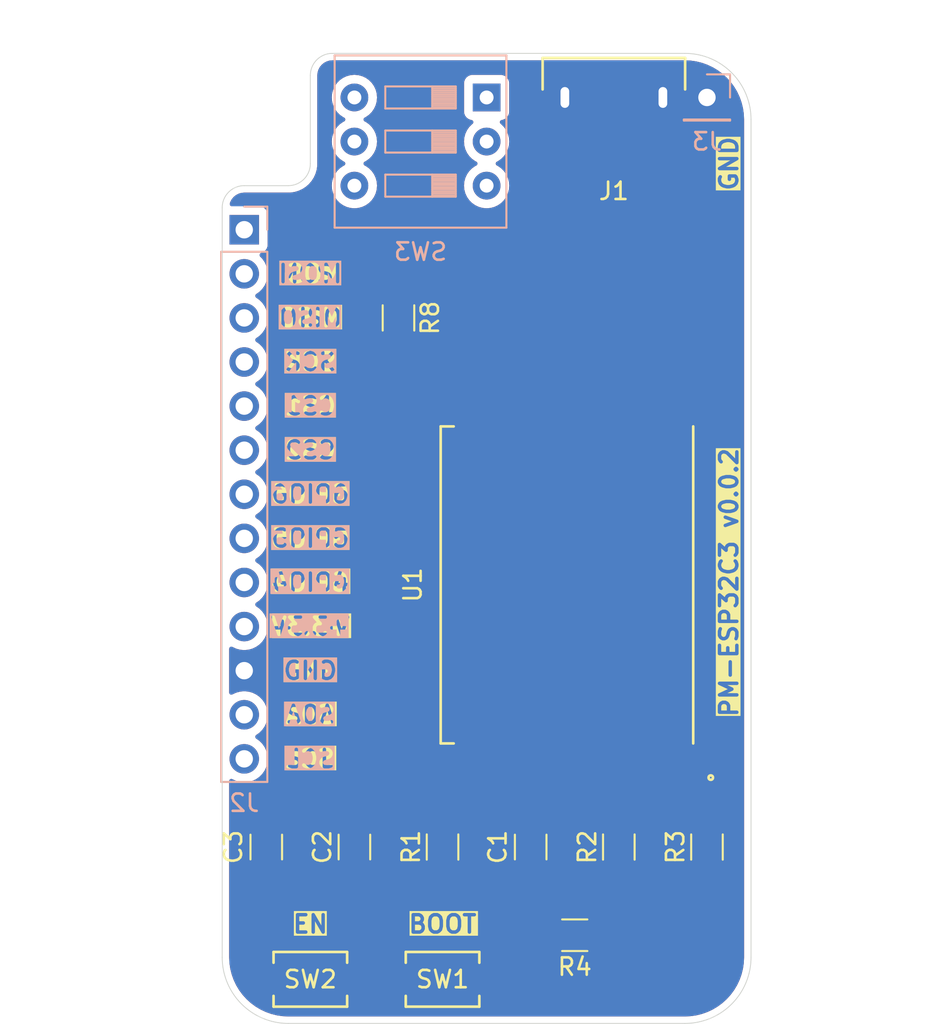
<source format=kicad_pcb>
(kicad_pcb (version 20240108) (generator "pcbnew") (generator_version "8.0")
  (title_block (title "${article} v${version}"))
  (layers (0 "F.Cu" signal) (31 "B.Cu" signal) (34 "B.Paste" user) (35 "F.Paste" user) (36 "B.SilkS" user "B.Silkscreen") (37 "F.SilkS" user "F.Silkscreen") (38 "B.Mask" user) (39 "F.Mask" user) (44 "Edge.Cuts" user))
  (property "article" "PM-ESP32C3")
  (property "version" "0.0.2")
  (net 0 "")
  (net 1 "/EN")
  (net 2 "GND")
  (net 5 "/GPIO8")
  (net 6 "/GPIO9")
  (net 7 "Net-(R4-Pad2)")
  (net 8 "/A1")
  (net 9 "/A2")
  (net 10 "/GPIO2")
  (net 11 "/GPIO4")
  (net 12 "/GPIO3")
  (net 13 "/SCL")
  (net 14 "/GPIO7")
  (net 15 "/GPIO5")
  (net 16 "/SDA")
  (net 17 "/GPIO6")
  (net 18 "/USB_D+")
  (net 19 "/USB_D-")
  (net 21 "/A0")
  (net 22 "/+3.3V")
  (footprint "kicad_inventree_lib:SW_TS-1088_XNP-M" (layer "F.Cu") (at 63.5 121.92)
    (property "Reference" "SW2" (at 0 0 0) (layer "F.SilkS"))
    (property "Value" "Button")
    (fp_line (start -2.1209 -1.5748) (end -2.1209 -0.95504) (stroke (width 0.1524)) (layer "F.SilkS"))
    (fp_line (start -2.1209 0.95504) (end -2.1209 1.5748) (stroke (width 0.1524)) (layer "F.SilkS"))
    (fp_line (start -2.1209 1.5748) (end 2.1209 1.5748) (stroke (width 0.1524)) (layer "F.SilkS"))
    (fp_line (start 2.1209 -1.5748) (end -2.1209 -1.5748) (stroke (width 0.1524)) (layer "F.SilkS"))
    (fp_line (start 2.1209 -0.95504) (end 2.1209 -1.5748) (stroke (width 0.1524)) (layer "F.SilkS"))
    (fp_line (start 2.1209 1.5748) (end 2.1209 0.95504) (stroke (width 0.1524)) (layer "F.SilkS"))
    (pad "1" smd rect (at -2.286 0) (size 1.3462 1.2446) (layers "F.Cu" "F.Paste" "F.Mask") (net 2 "GND"))
    (pad "2" smd rect (at 2.286 0) (size 1.3462 1.2446) (layers "F.Cu" "F.Paste" "F.Mask") (net 1 "/EN"))
  )
  (footprint "kicad_inventree_lib:ESP32-C3-WROOM-02U_EXP" (layer "F.Cu") (at 78.29 99.2 90)
    (property "Reference" "U1" (at 0 -8.89 90) (layer "F.SilkS"))
    (property "Value" "ESP32-C3-WROOM-02U-N4")
    (fp_line (start 9.1313 -7.2771) (end 9.1313 -6.527241) (stroke (width 0.1524)) (layer "F.SilkS"))
    (fp_line (start -9.1313 -7.2771) (end 9.1313 -7.2771) (stroke (width 0.1524)) (layer "F.SilkS"))
    (fp_line (start -9.1313 -6.527238) (end -9.1313 -7.2771) (stroke (width 0.1524)) (layer "F.SilkS"))
    (fp_line (start 9.1313 7.2771) (end -9.1313 7.2771) (stroke (width 0.1524)) (layer "F.SilkS"))
    (fp_circle (center -11.1002 8.289999) (end -10.9732 8.289999) (stroke (width 0.1524)) (fill none) (layer "F.SilkS"))
    (pad "1" smd rect (at -8.75 -5.749998 90) (size 1.4986 0.889) (layers "F.Cu" "F.Paste" "F.Mask") (net 22 "/+3.3V"))
    (pad "2" smd rect (at -8.75 -4.249999 90) (size 1.4986 0.889) (layers "F.Cu" "F.Paste" "F.Mask") (net 1 "/EN"))
    (pad "3" smd rect (at -8.75 -2.749999 90) (size 1.4986 0.889) (layers "F.Cu" "F.Paste" "F.Mask") (net 11 "/GPIO4"))
    (pad "4" smd rect (at -8.75 -1.25 90) (size 1.4986 0.889) (layers "F.Cu" "F.Paste" "F.Mask") (net 15 "/GPIO5"))
    (pad "5" smd rect (at -8.75 0.25 90) (size 1.4986 0.889) (layers "F.Cu" "F.Paste" "F.Mask") (net 17 "/GPIO6"))
    (pad "6" smd rect (at -8.75 1.75 90) (size 1.4986 0.889) (layers "F.Cu" "F.Paste" "F.Mask") (net 14 "/GPIO7"))
    (pad "7" smd rect (at -8.75 3.250002 90) (size 1.4986 0.889) (layers "F.Cu" "F.Paste" "F.Mask") (net 5 "/GPIO8"))
    (pad "8" smd rect (at -8.75 4.750001 90) (size 1.4986 0.889) (layers "F.Cu" "F.Paste" "F.Mask") (net 6 "/GPIO9"))
    (pad "9" smd rect (at -8.75 6.250001 90) (size 1.4986 0.889) (layers "F.Cu" "F.Paste" "F.Mask") (net 2 "GND"))
    (pad "10" smd rect (at 8.75 6.249998 90) (size 1.4986 0.889) (layers "F.Cu" "F.Paste" "F.Mask") (net 9 "/A2"))
    (pad "11" smd rect (at 8.75 4.749999 90) (size 1.4986 0.889) (layers "F.Cu" "F.Paste" "F.Mask") (net 8 "/A1"))
    (pad "12" smd rect (at 8.75 3.249999 90) (size 1.4986 0.889) (layers "F.Cu" "F.Paste" "F.Mask") (net 21 "/A0"))
    (pad "13" smd rect (at 8.75 1.75 90) (size 1.4986 0.889) (layers "F.Cu" "F.Paste" "F.Mask") (net 19 "/USB_D-"))
    (pad "14" smd rect (at 8.75 0.25 90) (size 1.4986 0.889) (layers "F.Cu" "F.Paste" "F.Mask") (net 18 "/USB_D+"))
    (pad "15" smd rect (at 8.75 -1.25 90) (size 1.4986 0.889) (layers "F.Cu" "F.Paste" "F.Mask") (net 12 "/GPIO3"))
    (pad "16" smd rect (at 8.75 -2.750002 90) (size 1.4986 0.889) (layers "F.Cu" "F.Paste" "F.Mask") (net 10 "/GPIO2"))
    (pad "17" smd rect (at 8.75 -4.250001 90) (size 1.4986 0.889) (layers "F.Cu" "F.Paste" "F.Mask") (net 13 "/SCL"))
    (pad "18" smd rect (at 8.75 -5.750001 90) (size 1.4986 0.889) (layers "F.Cu" "F.Paste" "F.Mask") (net 16 "/SDA"))
    (pad "EPAD" smd rect (at -0.14 -0.65 90) (size 0.7112 0.7112) (layers "F.Cu" "F.Paste" "F.Mask") (net 2 "GND"))
    (pad "EPAD" smd rect (at -0.14 0.45 90) (size 0.7112 0.7112) (layers "F.Cu" "F.Paste" "F.Mask") (net 2 "GND"))
    (pad "EPAD" smd rect (at -0.14 1.55 90) (size 0.7112 0.7112) (layers "F.Cu" "F.Paste" "F.Mask") (net 2 "GND"))
    (pad "EPAD" smd rect (at 0.96 -0.65 90) (size 0.7112 0.7112) (layers "F.Cu" "F.Paste" "F.Mask") (net 2 "GND"))
    (pad "EPAD" smd rect (at 0.96 0.45 90) (size 0.7112 0.7112) (layers "F.Cu" "F.Paste" "F.Mask") (net 2 "GND"))
    (pad "EPAD" smd rect (at 0.96 1.55 90) (size 0.7112 0.7112) (layers "F.Cu" "F.Paste" "F.Mask") (net 2 "GND"))
    (pad "EPAD" smd rect (at 2.06 -0.65 90) (size 0.7112 0.7112) (layers "F.Cu" "F.Paste" "F.Mask") (net 2 "GND"))
    (pad "EPAD" smd rect (at 2.06 0.45 90) (size 0.7112 0.7112) (layers "F.Cu" "F.Paste" "F.Mask") (net 2 "GND"))
    (pad "EPAD" smd rect (at 2.06 1.55 90) (size 0.7112 0.7112) (layers "F.Cu" "F.Paste" "F.Mask") (net 2 "GND"))
  )
  (footprint "kicad_inventree_lib:CONN5_H83-S1S_XKB" (layer "F.Cu") (at 82.295 73.974 180)
    (property "Reference" "J1" (at 1.299972 -2.54 180) (layer "F.SilkS"))
    (property "Value" "U254-051T-4BH83-S1S")
    (fp_line (start 5.406972 5.1308) (end 5.406972 3.317532) (stroke (width 0.1524)) (layer "F.SilkS"))
    (fp_line (start -2.807028 5.1308) (end 5.406972 5.1308) (stroke (width 0.1524)) (layer "F.SilkS"))
    (fp_line (start -2.807028 3.317532) (end -2.807028 5.1308) (stroke (width 0.1524)) (layer "F.SilkS"))
    (pad "1" smd rect (at 0 0.178892 180) (size 0.4064 1.35) (layers "F.Cu" "F.Paste" "F.Mask"))
    (pad "2" smd rect (at 0.649986 0.178892 180) (size 0.4064 1.35) (layers "F.Cu" "F.Paste" "F.Mask") (net 19 "/USB_D-"))
    (pad "3" smd rect (at 1.299972 0.178892 180) (size 0.4064 1.35) (layers "F.Cu" "F.Paste" "F.Mask") (net 18 "/USB_D+"))
    (pad "4" smd rect (at 1.949958 0.178892 180) (size 0.4064 1.35) (layers "F.Cu" "F.Paste" "F.Mask"))
    (pad "5" smd rect (at -1.800027 0.304 180) (size 2.1082 1.6002) (layers "F.Cu" "F.Paste" "F.Mask") (net 2 "GND"))
    (pad "5" thru_hole oval (at -1.525029 2.854008 270) (size 1.7 1) (drill oval 1.2 0.5) (layers "*.Cu" "*.Mask") (net 2 "GND"))
    (pad "5" smd rect (at 2.599944 0.178892 180) (size 0.4064 1.35) (layers "F.Cu" "F.Paste" "F.Mask") (net 2 "GND"))
    (pad "5" thru_hole oval (at 4.124973 2.854008 270) (size 1.7 1) (drill oval 1.2 0.5) (layers "*.Cu" "*.Mask") (net 2 "GND"))
    (pad "5" smd rect (at 4.399971 0.304 180) (size 2.1082 1.6002) (layers "F.Cu" "F.Paste" "F.Mask") (net 2 "GND"))
  )
  (footprint "Resistor_SMD:R_1206_3216Metric_Pad1.30x1.75mm_HandSolder" (layer "F.Cu") (at 78.74 119.38 180)
    (property "Reference" "R4" (at 0 -1.82 0) (layer "F.SilkS"))
    (property "Value" "330R")
    (fp_line (start -0.727064 0.91) (end 0.727064 0.91) (stroke (width 0.12)) (layer "F.SilkS"))
    (fp_line (start -0.727064 -0.91) (end 0.727064 -0.91) (stroke (width 0.12)) (layer "F.SilkS"))
    (pad "1" smd roundrect (at -1.55 0 180) (size 1.3 1.75) (layers "F.Cu" "F.Paste" "F.Mask") (roundrect_rratio 0.192308) (net 6 "/GPIO9"))
    (pad "2" smd roundrect (at 1.55 0 180) (size 1.3 1.75) (layers "F.Cu" "F.Paste" "F.Mask") (roundrect_rratio 0.192308) (net 7 "Net-(R4-Pad2)"))
  )
  (footprint "Capacitor_SMD:C_1206_3216Metric_Pad1.33x1.80mm_HandSolder" (layer "F.Cu") (at 60.96 114.3 -90)
    (property "Reference" "C3" (at 0 1.905 90) (layer "F.SilkS"))
    (property "Value" "1uF")
    (fp_line (start -0.711252 0.91) (end 0.711252 0.91) (stroke (width 0.12)) (layer "F.SilkS"))
    (fp_line (start -0.711252 -0.91) (end 0.711252 -0.91) (stroke (width 0.12)) (layer "F.SilkS"))
    (pad "1" smd roundrect (at -1.5625 0 270) (size 1.325 1.8) (layers "F.Cu" "F.Paste" "F.Mask") (roundrect_rratio 0.188679) (net 22 "/+3.3V"))
    (pad "2" smd roundrect (at 1.5625 0 270) (size 1.325 1.8) (layers "F.Cu" "F.Paste" "F.Mask") (roundrect_rratio 0.188679) (net 2 "GND"))
  )
  (footprint "Capacitor_SMD:C_1206_3216Metric_Pad1.33x1.80mm_HandSolder" (layer "F.Cu") (at 76.2 114.3 -90)
    (property "Reference" "C1" (at 0 1.905 90) (layer "F.SilkS"))
    (property "Value" "1uF")
    (fp_line (start -0.711252 0.91) (end 0.711252 0.91) (stroke (width 0.12)) (layer "F.SilkS"))
    (fp_line (start -0.711252 -0.91) (end 0.711252 -0.91) (stroke (width 0.12)) (layer "F.SilkS"))
    (pad "1" smd roundrect (at -1.5625 0 270) (size 1.325 1.8) (layers "F.Cu" "F.Paste" "F.Mask") (roundrect_rratio 0.188679) (net 1 "/EN"))
    (pad "2" smd roundrect (at 1.5625 0 270) (size 1.325 1.8) (layers "F.Cu" "F.Paste" "F.Mask") (roundrect_rratio 0.188679) (net 2 "GND"))
  )
  (footprint "Resistor_SMD:R_1206_3216Metric_Pad1.30x1.75mm_HandSolder" (layer "F.Cu") (at 81.28 114.3 90)
    (property "Reference" "R2" (at 0 -1.82 90) (layer "F.SilkS"))
    (property "Value" "10k")
    (fp_line (start -0.727064 -0.91) (end 0.727064 -0.91) (stroke (width 0.12)) (layer "F.SilkS"))
    (fp_line (start -0.727064 0.91) (end 0.727064 0.91) (stroke (width 0.12)) (layer "F.SilkS"))
    (pad "1" smd roundrect (at -1.55 0 90) (size 1.3 1.75) (layers "F.Cu" "F.Paste" "F.Mask") (roundrect_rratio 0.192308) (net 22 "/+3.3V"))
    (pad "2" smd roundrect (at 1.55 0 90) (size 1.3 1.75) (layers "F.Cu" "F.Paste" "F.Mask") (roundrect_rratio 0.192308) (net 5 "/GPIO8"))
  )
  (footprint "Resistor_SMD:R_1206_3216Metric_Pad1.30x1.75mm_HandSolder" (layer "F.Cu") (at 86.36 114.3 90)
    (property "Reference" "R3" (at 0 -1.82 90) (layer "F.SilkS"))
    (property "Value" "10k")
    (fp_line (start -0.727064 -0.91) (end 0.727064 -0.91) (stroke (width 0.12)) (layer "F.SilkS"))
    (fp_line (start -0.727064 0.91) (end 0.727064 0.91) (stroke (width 0.12)) (layer "F.SilkS"))
    (pad "1" smd roundrect (at -1.55 0 90) (size 1.3 1.75) (layers "F.Cu" "F.Paste" "F.Mask") (roundrect_rratio 0.192308) (net 22 "/+3.3V"))
    (pad "2" smd roundrect (at 1.55 0 90) (size 1.3 1.75) (layers "F.Cu" "F.Paste" "F.Mask") (roundrect_rratio 0.192308) (net 6 "/GPIO9"))
  )
  (footprint "kicad_inventree_lib:SW_TS-1088_XNP-M" (layer "F.Cu") (at 71.12 121.92)
    (property "Reference" "SW1" (at 0 0 0) (layer "F.SilkS"))
    (property "Value" "Button")
    (fp_line (start -2.1209 -1.5748) (end -2.1209 -0.95504) (stroke (width 0.1524)) (layer "F.SilkS"))
    (fp_line (start -2.1209 0.95504) (end -2.1209 1.5748) (stroke (width 0.1524)) (layer "F.SilkS"))
    (fp_line (start -2.1209 1.5748) (end 2.1209 1.5748) (stroke (width 0.1524)) (layer "F.SilkS"))
    (fp_line (start 2.1209 -1.5748) (end -2.1209 -1.5748) (stroke (width 0.1524)) (layer "F.SilkS"))
    (fp_line (start 2.1209 -0.95504) (end 2.1209 -1.5748) (stroke (width 0.1524)) (layer "F.SilkS"))
    (fp_line (start 2.1209 1.5748) (end 2.1209 0.95504) (stroke (width 0.1524)) (layer "F.SilkS"))
    (pad "1" smd rect (at -2.286 0) (size 1.3462 1.2446) (layers "F.Cu" "F.Paste" "F.Mask") (net 2 "GND"))
    (pad "2" smd rect (at 2.286 0) (size 1.3462 1.2446) (layers "F.Cu" "F.Paste" "F.Mask") (net 7 "Net-(R4-Pad2)"))
  )
  (footprint "Resistor_SMD:R_1206_3216Metric_Pad1.30x1.75mm_HandSolder" (layer "F.Cu") (at 71.12 114.3 90)
    (property "Reference" "R1" (at 0 -1.82 90) (layer "F.SilkS"))
    (property "Value" "10k")
    (fp_line (start -0.727064 -0.91) (end 0.727064 -0.91) (stroke (width 0.12)) (layer "F.SilkS"))
    (fp_line (start -0.727064 0.91) (end 0.727064 0.91) (stroke (width 0.12)) (layer "F.SilkS"))
    (pad "1" smd roundrect (at -1.55 0 90) (size 1.3 1.75) (layers "F.Cu" "F.Paste" "F.Mask") (roundrect_rratio 0.192308) (net 22 "/+3.3V"))
    (pad "2" smd roundrect (at 1.55 0 90) (size 1.3 1.75) (layers "F.Cu" "F.Paste" "F.Mask") (roundrect_rratio 0.192308) (net 1 "/EN"))
  )
  (footprint "Capacitor_SMD:C_1206_3216Metric_Pad1.33x1.80mm_HandSolder" (layer "F.Cu") (at 66.04 114.3 90)
    (property "Reference" "C2" (at 0 -1.85 90) (layer "F.SilkS"))
    (property "Value" "10uF")
    (fp_line (start -0.711252 -0.91) (end 0.711252 -0.91) (stroke (width 0.12)) (layer "F.SilkS"))
    (fp_line (start -0.711252 0.91) (end 0.711252 0.91) (stroke (width 0.12)) (layer "F.SilkS"))
    (pad "1" smd roundrect (at -1.5625 0 90) (size 1.325 1.8) (layers "F.Cu" "F.Paste" "F.Mask") (roundrect_rratio 0.188679) (net 2 "GND"))
    (pad "2" smd roundrect (at 1.5625 0 90) (size 1.325 1.8) (layers "F.Cu" "F.Paste" "F.Mask") (roundrect_rratio 0.188679) (net 22 "/+3.3V"))
  )
  (footprint "Resistor_SMD:R_1206_3216Metric_Pad1.30x1.75mm_HandSolder" (layer "F.Cu") (at 68.58 83.82 -90)
    (property "Reference" "R8" (at 0 -1.82 90) (layer "F.SilkS"))
    (property "Value" "10k")
    (fp_line (start -0.727064 0.91) (end 0.727064 0.91) (stroke (width 0.12)) (layer "F.SilkS"))
    (fp_line (start -0.727064 -0.91) (end 0.727064 -0.91) (stroke (width 0.12)) (layer "F.SilkS"))
    (pad "1" smd roundrect (at -1.55 0 270) (size 1.3 1.75) (layers "F.Cu" "F.Paste" "F.Mask") (roundrect_rratio 0.192308) (net 22 "/+3.3V"))
    (pad "2" smd roundrect (at 1.55 0 270) (size 1.3 1.75) (layers "F.Cu" "F.Paste" "F.Mask") (roundrect_rratio 0.192308) (net 10 "/GPIO2"))
  )
  (footprint "Connector_PinHeader_2.54mm:PinHeader_1x13_P2.54mm_Vertical" (layer "B.Cu") (at 59.69 78.74 180)
    (property "Reference" "J2" (at 0 -33.02 0) (layer "B.SilkS") (effects (justify mirror)))
    (property "Value" "PinHeader_01x13_P2.54_THT_straight")
    (fp_line (start 1.33 -1.27) (end -1.33 -1.27) (stroke (width 0.12)) (layer "B.SilkS"))
    (fp_line (start 1.33 -31.81) (end 1.33 -1.27) (stroke (width 0.12)) (layer "B.SilkS"))
    (fp_line (start 1.33 -31.81) (end -1.33 -31.81) (stroke (width 0.12)) (layer "B.SilkS"))
    (fp_line (start 0 1.33) (end -1.33 1.33) (stroke (width 0.12)) (layer "B.SilkS"))
    (fp_line (start -1.33 1.33) (end -1.33 0) (stroke (width 0.12)) (layer "B.SilkS"))
    (fp_line (start -1.33 -31.81) (end -1.33 -1.27) (stroke (width 0.12)) (layer "B.SilkS"))
    (pad "1" thru_hole rect (at 0 0 180) (size 1.7 1.7) (drill 1) (layers "*.Cu" "*.Mask"))
    (pad "2" thru_hole oval (at 0 -2.54 180) (size 1.7 1.7) (drill 1) (layers "*.Cu" "*.Mask") (net 10 "/GPIO2"))
    (pad "3" thru_hole oval (at 0 -5.08 180) (size 1.7 1.7) (drill 1) (layers "*.Cu" "*.Mask") (net 12 "/GPIO3"))
    (pad "4" thru_hole oval (at 0 -7.62 180) (size 1.7 1.7) (drill 1) (layers "*.Cu" "*.Mask") (net 6 "/GPIO9"))
    (pad "5" thru_hole oval (at 0 -10.16 180) (size 1.7 1.7) (drill 1) (layers "*.Cu" "*.Mask") (net 5 "/GPIO8"))
    (pad "6" thru_hole oval (at 0 -12.7 180) (size 1.7 1.7) (drill 1) (layers "*.Cu" "*.Mask") (net 14 "/GPIO7"))
    (pad "7" thru_hole oval (at 0 -15.24 180) (size 1.7 1.7) (drill 1) (layers "*.Cu" "*.Mask") (net 17 "/GPIO6"))
    (pad "8" thru_hole oval (at 0 -17.78 180) (size 1.7 1.7) (drill 1) (layers "*.Cu" "*.Mask") (net 15 "/GPIO5"))
    (pad "9" thru_hole oval (at 0 -20.32 180) (size 1.7 1.7) (drill 1) (layers "*.Cu" "*.Mask") (net 11 "/GPIO4"))
    (pad "10" thru_hole oval (at 0 -22.86 180) (size 1.7 1.7) (drill 1) (layers "*.Cu" "*.Mask") (net 22 "/+3.3V"))
    (pad "11" thru_hole oval (at 0 -25.4 180) (size 1.7 1.7) (drill 1) (layers "*.Cu" "*.Mask") (net 2 "GND"))
    (pad "12" thru_hole oval (at 0 -27.94 180) (size 1.7 1.7) (drill 1) (layers "*.Cu" "*.Mask") (net 16 "/SDA"))
    (pad "13" thru_hole oval (at 0 -30.48 180) (size 1.7 1.7) (drill 1) (layers "*.Cu" "*.Mask") (net 13 "/SCL"))
  )
  (footprint "kicad_inventree_lib:SW_DIP_SPSTx03_Slide_9.78x9.8mm_W7.62mm_P2.54mm" (layer "B.Cu") (at 73.66 71.12 180)
    (property "Reference" "SW3" (at 3.81 -8.89 0) (layer "B.SilkS") (effects (justify mirror)))
    (property "Value" "DIP_SW-3P-P2.54-THT-Top")
    (fp_line (start 8.76 2.42) (end -1.14 2.42) (stroke (width 0.12)) (layer "B.SilkS"))
    (fp_line (start 8.76 -7.5) (end 8.76 2.42) (stroke (width 0.12)) (layer "B.SilkS"))
    (fp_line (start 8.76 -7.5) (end -1.14 -7.5) (stroke (width 0.12)) (layer "B.SilkS"))
    (fp_line (start 5.84 0.635) (end 5.84 -0.635) (stroke (width 0.12)) (layer "B.SilkS"))
    (fp_line (start 5.84 -0.635) (end 1.78 -0.635) (stroke (width 0.12)) (layer "B.SilkS"))
    (fp_line (start 5.84 -1.905) (end 5.84 -3.175) (stroke (width 0.12)) (layer "B.SilkS"))
    (fp_line (start 5.84 -3.175) (end 1.78 -3.175) (stroke (width 0.12)) (layer "B.SilkS"))
    (fp_line (start 5.84 -4.445) (end 5.84 -5.715) (stroke (width 0.12)) (layer "B.SilkS"))
    (fp_line (start 5.84 -5.715) (end 1.78 -5.715) (stroke (width 0.12)) (layer "B.SilkS"))
    (fp_line (start 3.133333 0.515) (end 1.78 0.515) (stroke (width 0.12)) (layer "B.SilkS"))
    (fp_line (start 3.133333 0.395) (end 1.78 0.395) (stroke (width 0.12)) (layer "B.SilkS"))
    (fp_line (start 3.133333 0.275) (end 1.78 0.275) (stroke (width 0.12)) (layer "B.SilkS"))
    (fp_line (start 3.133333 0.155) (end 1.78 0.155) (stroke (width 0.12)) (layer "B.SilkS"))
    (fp_line (start 3.133333 0.035) (end 1.78 0.035) (stroke (width 0.12)) (layer "B.SilkS"))
    (fp_line (start 3.133333 -0.085) (end 1.78 -0.085) (stroke (width 0.12)) (layer "B.SilkS"))
    (fp_line (start 3.133333 -0.205) (end 1.78 -0.205) (stroke (width 0.12)) (layer "B.SilkS"))
    (fp_line (start 3.133333 -0.325) (end 1.78 -0.325) (stroke (width 0.12)) (layer "B.SilkS"))
    (fp_line (start 3.133333 -0.445) (end 1.78 -0.445) (stroke (width 0.12)) (layer "B.SilkS"))
    (fp_line (start 3.133333 -0.565) (end 1.78 -0.565) (stroke (width 0.12)) (layer "B.SilkS"))
    (fp_line (start 3.133333 -0.635) (end 3.133333 0.635) (stroke (width 0.12)) (layer "B.SilkS"))
    (fp_line (start 3.133333 -2.025) (end 1.78 -2.025) (stroke (width 0.12)) (layer "B.SilkS"))
    (fp_line (start 3.133333 -2.145) (end 1.78 -2.145) (stroke (width 0.12)) (layer "B.SilkS"))
    (fp_line (start 3.133333 -2.265) (end 1.78 -2.265) (stroke (width 0.12)) (layer "B.SilkS"))
    (fp_line (start 3.133333 -2.385) (end 1.78 -2.385) (stroke (width 0.12)) (layer "B.SilkS"))
    (fp_line (start 3.133333 -2.505) (end 1.78 -2.505) (stroke (width 0.12)) (layer "B.SilkS"))
    (fp_line (start 3.133333 -2.625) (end 1.78 -2.625) (stroke (width 0.12)) (layer "B.SilkS"))
    (fp_line (start 3.133333 -2.745) (end 1.78 -2.745) (stroke (width 0.12)) (layer "B.SilkS"))
    (fp_line (start 3.133333 -2.865) (end 1.78 -2.865) (stroke (width 0.12)) (layer "B.SilkS"))
    (fp_line (start 3.133333 -2.985) (end 1.78 -2.985) (stroke (width 0.12)) (layer "B.SilkS"))
    (fp_line (start 3.133333 -3.105) (end 1.78 -3.105) (stroke (width 0.12)) (layer "B.SilkS"))
    (fp_line (start 3.133333 -3.175) (end 3.133333 -1.905) (stroke (width 0.12)) (layer "B.SilkS"))
    (fp_line (start 3.133333 -4.565) (end 1.78 -4.565) (stroke (width 0.12)) (layer "B.SilkS"))
    (fp_line (start 3.133333 -4.685) (end 1.78 -4.685) (stroke (width 0.12)) (layer "B.SilkS"))
    (fp_line (start 3.133333 -4.805) (end 1.78 -4.805) (stroke (width 0.12)) (layer "B.SilkS"))
    (fp_line (start 3.133333 -4.925) (end 1.78 -4.925) (stroke (width 0.12)) (layer "B.SilkS"))
    (fp_line (start 3.133333 -5.045) (end 1.78 -5.045) (stroke (width 0.12)) (layer "B.SilkS"))
    (fp_line (start 3.133333 -5.165) (end 1.78 -5.165) (stroke (width 0.12)) (layer "B.SilkS"))
    (fp_line (start 3.133333 -5.285) (end 1.78 -5.285) (stroke (width 0.12)) (layer "B.SilkS"))
    (fp_line (start 3.133333 -5.405) (end 1.78 -5.405) (stroke (width 0.12)) (layer "B.SilkS"))
    (fp_line (start 3.133333 -5.525) (end 1.78 -5.525) (stroke (width 0.12)) (layer "B.SilkS"))
    (fp_line (start 3.133333 -5.645) (end 1.78 -5.645) (stroke (width 0.12)) (layer "B.SilkS"))
    (fp_line (start 3.133333 -5.715) (end 3.133333 -4.445) (stroke (width 0.12)) (layer "B.SilkS"))
    (fp_line (start 1.78 0.635) (end 5.84 0.635) (stroke (width 0.12)) (layer "B.SilkS"))
    (fp_line (start 1.78 -0.635) (end 1.78 0.635) (stroke (width 0.12)) (layer "B.SilkS"))
    (fp_line (start 1.78 -1.905) (end 5.84 -1.905) (stroke (width 0.12)) (layer "B.SilkS"))
    (fp_line (start 1.78 -3.175) (end 1.78 -1.905) (stroke (width 0.12)) (layer "B.SilkS"))
    (fp_line (start 1.78 -4.445) (end 5.84 -4.445) (stroke (width 0.12)) (layer "B.SilkS"))
    (fp_line (start 1.78 -5.715) (end 1.78 -4.445) (stroke (width 0.12)) (layer "B.SilkS"))
    (fp_line (start -1.14 -7.5) (end -1.14 2.42) (stroke (width 0.12)) (layer "B.SilkS"))
    (pad "1" thru_hole rect (at 0 0 180) (size 1.6 1.6) (drill 0.8) (layers "*.Cu" "*.Mask") (net 9 "/A2"))
    (pad "2" thru_hole oval (at 0 -2.54 180) (size 1.6 1.6) (drill 0.8) (layers "*.Cu" "*.Mask") (net 8 "/A1"))
    (pad "3" thru_hole oval (at 0 -5.08 180) (size 1.6 1.6) (drill 0.8) (layers "*.Cu" "*.Mask") (net 21 "/A0"))
    (pad "4" thru_hole oval (at 7.62 -5.08 180) (size 1.6 1.6) (drill 0.8) (layers "*.Cu" "*.Mask") (net 22 "/+3.3V"))
    (pad "5" thru_hole oval (at 7.62 -2.54 180) (size 1.6 1.6) (drill 0.8) (layers "*.Cu" "*.Mask") (net 22 "/+3.3V"))
    (pad "6" thru_hole oval (at 7.62 0 180) (size 1.6 1.6) (drill 0.8) (layers "*.Cu" "*.Mask") (net 22 "/+3.3V"))
  )
  (footprint "Connector_PinHeader_2.54mm:PinHeader_1x01_P2.54mm_Vertical" (layer "B.Cu") (at 86.36 71.12 180)
    (property "Reference" "J3" (at 0 -2.54 0) (layer "B.SilkS") (effects (justify mirror)))
    (property "Value" "PinHeader_01x01_P2.54_THT_straight")
    (fp_line (start 1.33 -1.27) (end -1.33 -1.27) (stroke (width 0.12)) (layer "B.SilkS"))
    (fp_line (start 1.33 -1.33) (end 1.33 -1.27) (stroke (width 0.12)) (layer "B.SilkS"))
    (fp_line (start 1.33 -1.33) (end -1.33 -1.33) (stroke (width 0.12)) (layer "B.SilkS"))
    (fp_line (start 0 1.33) (end -1.33 1.33) (stroke (width 0.12)) (layer "B.SilkS"))
    (fp_line (start -1.33 1.33) (end -1.33 0) (stroke (width 0.12)) (layer "B.SilkS"))
    (fp_line (start -1.33 -1.33) (end -1.33 -1.27) (stroke (width 0.12)) (layer "B.SilkS"))
    (pad "1" thru_hole rect (at 0 0 180) (size 1.7 1.7) (drill 1) (layers "*.Cu" "*.Mask") (net 2 "GND"))
  )
  (gr_line (start 58.42 77.47) (end 58.42 120.65) (stroke (width 0.05)) (layer "Edge.Cuts"))
  (gr_arc (start 63.5 69.85) (mid 63.871974 68.951974) (end 64.77 68.58) (stroke (width 0.05)) (layer "Edge.Cuts"))
  (gr_line (start 88.9 120.65) (end 88.9 72.39) (stroke (width 0.05)) (layer "Edge.Cuts"))
  (gr_arc (start 85.09 68.58) (mid 87.784077 69.695923) (end 88.9 72.39) (stroke (width 0.05)) (layer "Edge.Cuts"))
  (gr_line (start 63.5 74.93) (end 63.5 69.85) (stroke (width 0.05)) (layer "Edge.Cuts"))
  (gr_line (start 62.23 124.46) (end 85.09 124.46) (stroke (width 0.05)) (layer "Edge.Cuts"))
  (gr_line (start 62.23 76.2) (end 59.69 76.2) (stroke (width 0.05)) (layer "Edge.Cuts"))
  (gr_arc (start 62.23 124.46) (mid 59.535923 123.344077) (end 58.42 120.65) (stroke (width 0.05)) (layer "Edge.Cuts"))
  (gr_arc (start 63.5 74.93) (mid 63.128026 75.828026) (end 62.23 76.2) (stroke (width 0.05)) (layer "Edge.Cuts"))
  (gr_line (start 85.09 68.58) (end 64.77 68.58) (stroke (width 0.05)) (layer "Edge.Cuts"))
  (gr_arc (start 88.9 120.65) (mid 87.784077 123.344077) (end 85.09 124.46) (stroke (width 0.05)) (layer "Edge.Cuts"))
  (gr_arc (start 58.42 77.47) (mid 58.791974 76.571974) (end 59.69 76.2) (stroke (width 0.05)) (layer "Edge.Cuts"))
  (gr_text "+3.3V" (at 63.5 101.6 -0) (layer "B.SilkS" knockout) (effects (font (size 1 1) (thickness 0.2) (bold yes)) (justify mirror)))
  (gr_text "SCK" (at 63.5 86.36 -0) (layer "B.SilkS" knockout) (effects (font (size 1 1) (thickness 0.2) (bold yes)) (justify mirror)))
  (gr_text "GPIO6" (at 63.5 93.98 -0) (layer "B.SilkS" knockout) (effects (font (size 1 1) (thickness 0.2) (bold yes)) (justify mirror)))
  (gr_text "GPIO4" (at 63.5 99.06 -0) (layer "B.SilkS" knockout) (effects (font (size 1 1) (thickness 0.2) (bold yes)) (justify mirror)))
  (gr_text "CS2" (at 63.5 91.44 -0) (layer "B.SilkS" knockout) (effects (font (size 1 1) (thickness 0.2) (bold yes)) (justify mirror)))
  (gr_text "GND" (at 63.5 104.14 -0) (layer "B.SilkS" knockout) (effects (font (size 1 1) (thickness 0.2) (bold yes)) (justify mirror)))
  (gr_text "SCL" (at 63.5 109.22 -0) (layer "B.SilkS" knockout) (effects (font (size 1 1) (thickness 0.2) (bold yes)) (justify mirror)))
  (gr_text "CS1" (at 63.5 88.9 -0) (layer "B.SilkS" knockout) (effects (font (size 1 1) (thickness 0.2) (bold yes)) (justify mirror)))
  (gr_text "SDA" (at 63.5 106.68 -0) (layer "B.SilkS" knockout) (effects (font (size 1 1) (thickness 0.2) (bold yes)) (justify mirror)))
  (gr_text "GPIO5" (at 63.5 96.52 -0) (layer "B.SilkS" knockout) (effects (font (size 1 1) (thickness 0.2) (bold yes)) (justify mirror)))
  (gr_text "MISO" (at 63.5 83.82 -0) (layer "B.SilkS" knockout) (effects (font (size 1 1) (thickness 0.2) (bold yes)) (justify mirror)))
  (gr_text "MOSI" (at 63.5 81.28 -0) (layer "B.SilkS" knockout) (effects (font (size 1 1) (thickness 0.2) (bold yes)) (justify mirror)))
  (gr_text "CS1" (at 63.5 88.9 0) (layer "F.SilkS" knockout) (effects (font (size 1 1) (thickness 0.2) (bold yes))))
  (gr_text "SCL" (at 63.5 109.22 0) (layer "F.SilkS" knockout) (effects (font (size 1 1) (thickness 0.2) (bold yes))))
  (gr_text "SDA" (at 63.5 106.68 0) (layer "F.SilkS" knockout) (effects (font (size 1 1) (thickness 0.2) (bold yes))))
  (gr_text "EN" (at 63.5 118.745 0) (layer "F.SilkS" knockout) (effects (font (size 1 1) (thickness 0.2) (bold yes))))
  (gr_text "CS2" (at 63.5 91.44 0) (layer "F.SilkS" knockout) (effects (font (size 1 1) (thickness 0.2) (bold yes))))
  (gr_text "${article} v${version}" (at 87.63 99.06 90) (layer "F.SilkS" knockout) (effects (font (size 1 1) (thickness 0.2) (bold yes))))
  (gr_text "GND" (at 63.5 104.14 0) (layer "F.SilkS" knockout) (effects (font (size 1 1) (thickness 0.2) (bold yes))))
  (gr_text "BOOT" (at 71.12 118.745 0) (layer "F.SilkS" knockout) (effects (font (size 1 1) (thickness 0.2) (bold yes))))
  (gr_text "GPIO6" (at 63.5 93.98 0) (layer "F.SilkS" knockout) (effects (font (size 1 1) (thickness 0.2) (bold yes))))
  (gr_text "MOSI" (at 63.5 81.28 0) (layer "F.SilkS" knockout) (effects (font (size 1 1) (thickness 0.2) (bold yes))))
  (gr_text "MISO" (at 63.5 83.82 0) (layer "F.SilkS" knockout) (effects (font (size 1 1) (thickness 0.2) (bold yes))))
  (gr_text "SCK" (at 63.5 86.36 0) (layer "F.SilkS" knockout) (effects (font (size 1 1) (thickness 0.2) (bold yes))))
  (gr_text "+3.3V" (at 63.5 101.6 0) (layer "F.SilkS" knockout) (effects (font (size 1 1) (thickness 0.2) (bold yes))))
  (gr_text "GPIO5" (at 63.5 96.52 0) (layer "F.SilkS" knockout) (effects (font (size 1 1) (thickness 0.2) (bold yes))))
  (gr_text "GPIO4" (at 63.5 99.06 0) (layer "F.SilkS" knockout) (effects (font (size 1 1) (thickness 0.2) (bold yes))))
  (gr_text "GND" (at 87.63 74.93 90) (layer "F.SilkS" knockout) (effects (font (size 1 1) (thickness 0.2) (bold yes))))
  (segment (start 72.84 104.14) (end 77.64 99.34) (width 0.2) (layer "F.Cu") (net 2))
  (segment (start 59.69 104.14) (end 72.84 104.14) (width 0.2) (layer "F.Cu") (net 2))
  (segment (start 80.995028 73.795108) (end 80.995028 87.701172) (width 0.2) (layer "F.Cu") (net 18))
  (segment (start 80.995028 87.701172) (end 78.54 90.1562) (width 0.2) (layer "F.Cu") (net 18))
  (segment (start 78.54 90.1562) (end 78.54 90.45) (width 0.2) (layer "F.Cu") (net 18))
  (segment (start 81.953442 77.652049) (end 81.953442 77.943621) (width 0.2) (layer "F.Cu") (net 19))
  (segment (start 81.645014 73.795108) (end 81.645014 77.343621) (width 0.2) (layer "F.Cu") (net 19))
  (segment (start 81.645014 78.252049) (end 81.645014 78.543621) (width 0.2) (layer "F.Cu") (net 19))
  (segment (start 80.04 90.156199) (end 80.04 90.45) (width 0.2) (layer "F.Cu") (net 19))
  (segment (start 81.645014 78.543621) (end 81.645014 80.627685) (width 0.2) (layer "F.Cu") (net 19))
  (segment (start 81.645014 80.627685) (end 81.645014 88.551185) (width 0.2) (layer "F.Cu") (net 19))
  (segment (start 81.645014 88.551185) (end 80.04 90.156199) (width 0.2) (layer "F.Cu") (net 19))
  (arc (start 81.799228 78.097835) (mid 81.690182 78.143003) (end 81.645014 78.252049) (width 0.2) (layer "F.Cu") (net 19))
  (arc (start 81.953442 77.943621) (mid 81.908274 78.052667) (end 81.799228 78.097835) (width 0.2) (layer "F.Cu") (net 19))
  (arc (start 81.799228 77.497835) (mid 81.908274 77.543003) (end 81.953442 77.652049) (width 0.2) (layer "F.Cu") (net 19))
  (arc (start 81.645014 77.343621) (mid 81.690182 77.452667) (end 81.799228 77.497835) (width 0.2) (layer "F.Cu") (net 19))
  (zone (net 2) (net_name "GND") (layers "F&B.Cu") (connect_pads yes (clearance 0.5)) (min_thickness 0.25) (fill yes (thermal_gap 0.5) (thermal_bridge_width 0.5))
    (polygon (pts (xy 58.42 68.58) (xy 88.9 68.58) (xy 88.9 124.46) (xy 58.42 124.46)))
  )
)
</source>
